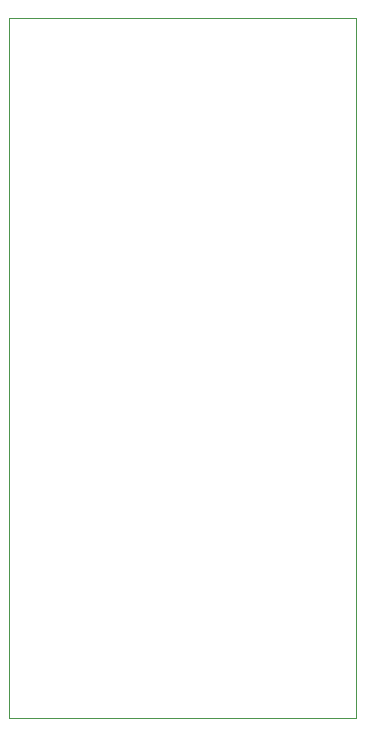
<source format=gm1>
G04 #@! TF.GenerationSoftware,KiCad,Pcbnew,6.0.0-d3dd2cf0fa~116~ubuntu18.04.1*
G04 #@! TF.CreationDate,2023-02-13T16:22:57+00:00*
G04 #@! TF.ProjectId,RemoteESP32,52656d6f-7465-4455-9350-33322e6b6963,rev?*
G04 #@! TF.SameCoordinates,Original*
G04 #@! TF.FileFunction,Profile,NP*
%FSLAX46Y46*%
G04 Gerber Fmt 4.6, Leading zero omitted, Abs format (unit mm)*
G04 Created by KiCad (PCBNEW 6.0.0-d3dd2cf0fa~116~ubuntu18.04.1) date 2023-02-13 16:22:57*
%MOMM*%
%LPD*%
G01*
G04 APERTURE LIST*
G04 #@! TA.AperFunction,Profile*
%ADD10C,0.100000*%
G04 #@! TD*
G04 APERTURE END LIST*
D10*
X128168400Y-75630800D02*
X157530800Y-75630800D01*
X157530800Y-75630800D02*
X157530800Y-134863600D01*
X157530800Y-134863600D02*
X128168400Y-134863600D01*
X128168400Y-134863600D02*
X128168400Y-75630800D01*
M02*

</source>
